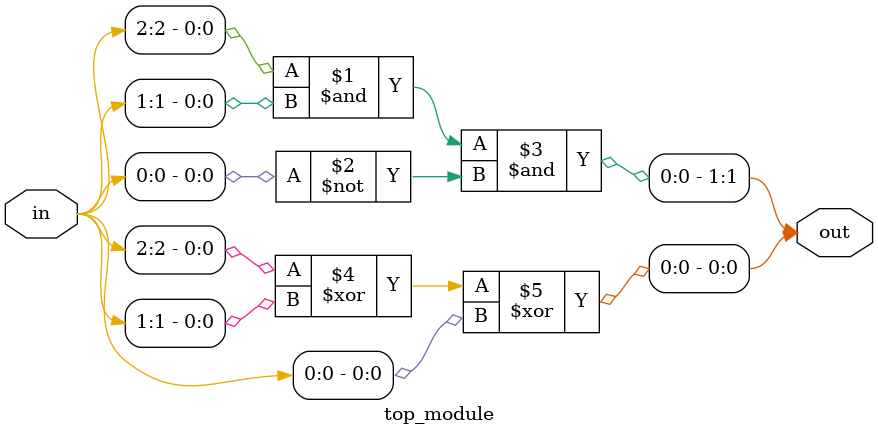
<source format=sv>
module top_module (
	input [2:0] in,
	output [1:0] out
);
	// Population count circuit
	assign out[1] = in[2] & in[1] & ~in[0];
	assign out[0] = in[2] ^ in[1] ^ in[0];
endmodule

</source>
